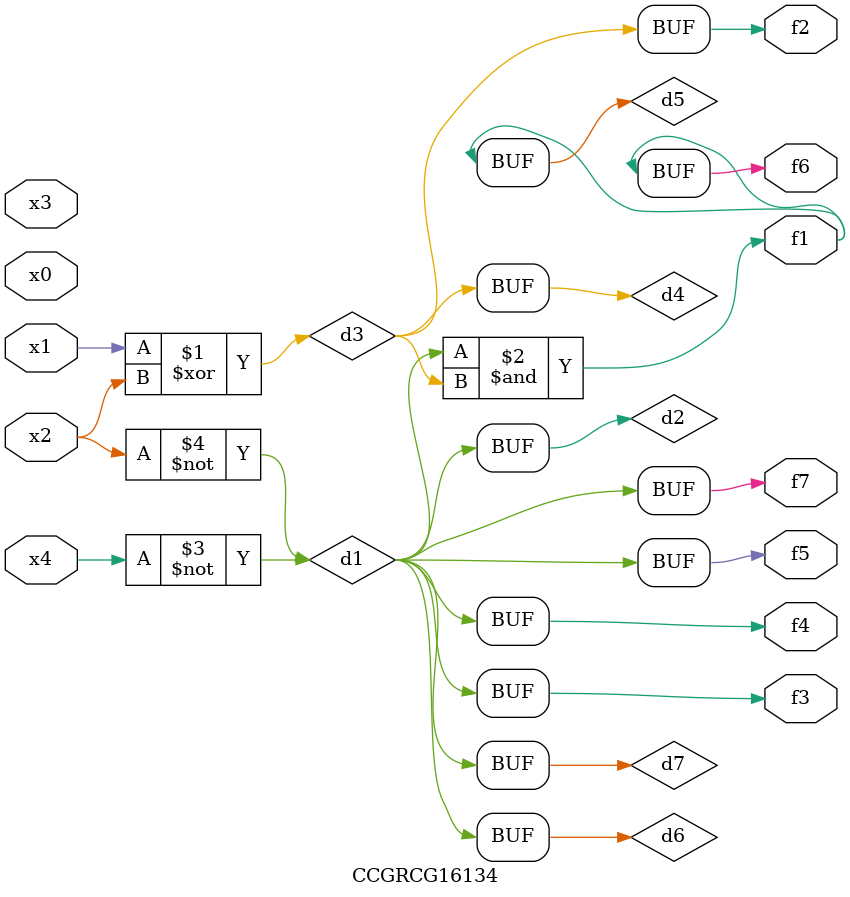
<source format=v>
module CCGRCG16134(
	input x0, x1, x2, x3, x4,
	output f1, f2, f3, f4, f5, f6, f7
);

	wire d1, d2, d3, d4, d5, d6, d7;

	not (d1, x4);
	not (d2, x2);
	xor (d3, x1, x2);
	buf (d4, d3);
	and (d5, d1, d3);
	buf (d6, d1, d2);
	buf (d7, d2);
	assign f1 = d5;
	assign f2 = d4;
	assign f3 = d7;
	assign f4 = d7;
	assign f5 = d7;
	assign f6 = d5;
	assign f7 = d7;
endmodule

</source>
